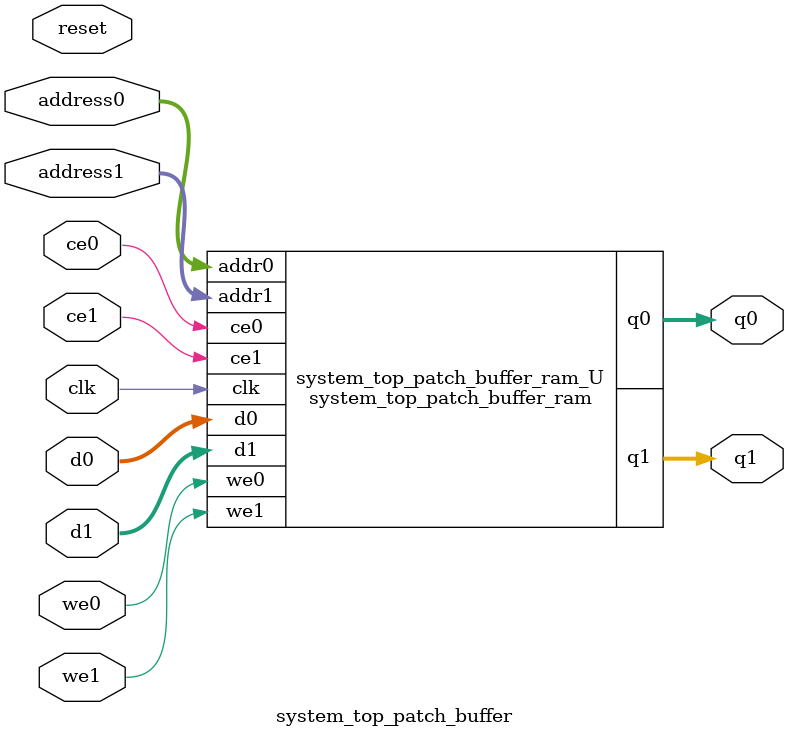
<source format=v>
`timescale 1 ns / 1 ps
module system_top_patch_buffer_ram (addr0, ce0, d0, we0, q0, addr1, ce1, d1, we1, q1,  clk);

parameter DWIDTH = 32;
parameter AWIDTH = 8;
parameter MEM_SIZE = 240;

input[AWIDTH-1:0] addr0;
input ce0;
input[DWIDTH-1:0] d0;
input we0;
output reg[DWIDTH-1:0] q0;
input[AWIDTH-1:0] addr1;
input ce1;
input[DWIDTH-1:0] d1;
input we1;
output reg[DWIDTH-1:0] q1;
input clk;

reg [DWIDTH-1:0] ram[0:MEM_SIZE-1];




always @(posedge clk)  
begin 
    if (ce0) begin
        if (we0) 
            ram[addr0] <= d0; 
        q0 <= ram[addr0];
    end
end


always @(posedge clk)  
begin 
    if (ce1) begin
        if (we1) 
            ram[addr1] <= d1; 
        q1 <= ram[addr1];
    end
end


endmodule

`timescale 1 ns / 1 ps
module system_top_patch_buffer(
    reset,
    clk,
    address0,
    ce0,
    we0,
    d0,
    q0,
    address1,
    ce1,
    we1,
    d1,
    q1);

parameter DataWidth = 32'd32;
parameter AddressRange = 32'd240;
parameter AddressWidth = 32'd8;
input reset;
input clk;
input[AddressWidth - 1:0] address0;
input ce0;
input we0;
input[DataWidth - 1:0] d0;
output[DataWidth - 1:0] q0;
input[AddressWidth - 1:0] address1;
input ce1;
input we1;
input[DataWidth - 1:0] d1;
output[DataWidth - 1:0] q1;



system_top_patch_buffer_ram system_top_patch_buffer_ram_U(
    .clk( clk ),
    .addr0( address0 ),
    .ce0( ce0 ),
    .we0( we0 ),
    .d0( d0 ),
    .q0( q0 ),
    .addr1( address1 ),
    .ce1( ce1 ),
    .we1( we1 ),
    .d1( d1 ),
    .q1( q1 ));

endmodule


</source>
